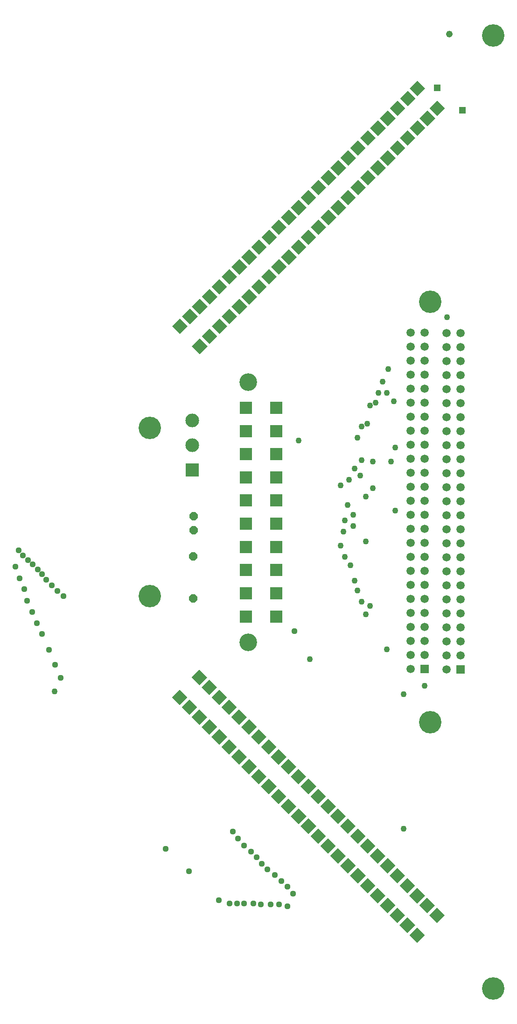
<source format=gts>
G75*
G70*
%OFA0B0*%
%FSLAX24Y24*%
%IPPOS*%
%LPD*%
%AMOC8*
5,1,8,0,0,1.08239X$1,22.5*
%
%ADD10C,0.1600*%
%ADD11R,0.0907X0.0907*%
%ADD12C,0.1261*%
%ADD13R,0.0789X0.0789*%
%ADD14R,0.0595X0.0595*%
%ADD15C,0.0595*%
%ADD16OC8,0.0600*%
%ADD17C,0.0680*%
%ADD18R,0.0980X0.0980*%
%ADD19C,0.0980*%
%ADD20C,0.0430*%
%ADD21C,0.0437*%
%ADD22C,0.0476*%
%ADD23R,0.0476X0.0476*%
D10*
X012631Y039042D03*
X012631Y051042D03*
X032681Y060042D03*
X037181Y079042D03*
X032681Y030042D03*
X037181Y011042D03*
D11*
X021654Y037585D03*
X021654Y039239D03*
X021654Y040892D03*
X021654Y042546D03*
X021654Y044199D03*
X021654Y045853D03*
X021654Y047506D03*
X021654Y049160D03*
X021654Y050814D03*
X021654Y052467D03*
X019489Y052467D03*
X019489Y050814D03*
X019489Y049160D03*
X019489Y047506D03*
X019489Y045853D03*
X019489Y044199D03*
X019489Y042546D03*
X019489Y040892D03*
X019489Y039239D03*
X019489Y037585D03*
D12*
X019670Y035735D03*
X019670Y054317D03*
D13*
G36*
X017059Y058287D02*
X017616Y058844D01*
X018173Y058287D01*
X017616Y057730D01*
X017059Y058287D01*
G37*
G36*
X016352Y057580D02*
X016909Y058137D01*
X017466Y057580D01*
X016909Y057023D01*
X016352Y057580D01*
G37*
G36*
X015645Y056873D02*
X016202Y057430D01*
X016759Y056873D01*
X016202Y056316D01*
X015645Y056873D01*
G37*
G36*
X014231Y058287D02*
X014788Y058844D01*
X015345Y058287D01*
X014788Y057730D01*
X014231Y058287D01*
G37*
G36*
X014938Y058994D02*
X015495Y059551D01*
X016052Y058994D01*
X015495Y058437D01*
X014938Y058994D01*
G37*
G36*
X015645Y059701D02*
X016202Y060258D01*
X016759Y059701D01*
X016202Y059144D01*
X015645Y059701D01*
G37*
G36*
X016352Y060408D02*
X016909Y060965D01*
X017466Y060408D01*
X016909Y059851D01*
X016352Y060408D01*
G37*
G36*
X017059Y061115D02*
X017616Y061672D01*
X018173Y061115D01*
X017616Y060558D01*
X017059Y061115D01*
G37*
G36*
X017767Y061822D02*
X018324Y062379D01*
X018881Y061822D01*
X018324Y061265D01*
X017767Y061822D01*
G37*
G36*
X018474Y062529D02*
X019031Y063086D01*
X019588Y062529D01*
X019031Y061972D01*
X018474Y062529D01*
G37*
G36*
X019181Y063237D02*
X019738Y063794D01*
X020295Y063237D01*
X019738Y062680D01*
X019181Y063237D01*
G37*
G36*
X019888Y063944D02*
X020445Y064501D01*
X021002Y063944D01*
X020445Y063387D01*
X019888Y063944D01*
G37*
G36*
X020595Y064651D02*
X021152Y065208D01*
X021709Y064651D01*
X021152Y064094D01*
X020595Y064651D01*
G37*
G36*
X021302Y065358D02*
X021859Y065915D01*
X022416Y065358D01*
X021859Y064801D01*
X021302Y065358D01*
G37*
G36*
X022009Y066065D02*
X022566Y066622D01*
X023123Y066065D01*
X022566Y065508D01*
X022009Y066065D01*
G37*
G36*
X022707Y066763D02*
X023264Y067320D01*
X023821Y066763D01*
X023264Y066206D01*
X022707Y066763D01*
G37*
G36*
X023423Y067479D02*
X023980Y068036D01*
X024537Y067479D01*
X023980Y066922D01*
X023423Y067479D01*
G37*
G36*
X024130Y068186D02*
X024687Y068743D01*
X025244Y068186D01*
X024687Y067629D01*
X024130Y068186D01*
G37*
G36*
X024838Y068893D02*
X025395Y069450D01*
X025952Y068893D01*
X025395Y068336D01*
X024838Y068893D01*
G37*
G36*
X025545Y069600D02*
X026102Y070157D01*
X026659Y069600D01*
X026102Y069043D01*
X025545Y069600D01*
G37*
G36*
X026252Y070308D02*
X026809Y070865D01*
X027366Y070308D01*
X026809Y069751D01*
X026252Y070308D01*
G37*
G36*
X026959Y071015D02*
X027516Y071572D01*
X028073Y071015D01*
X027516Y070458D01*
X026959Y071015D01*
G37*
G36*
X027666Y071722D02*
X028223Y072279D01*
X028780Y071722D01*
X028223Y071165D01*
X027666Y071722D01*
G37*
G36*
X028373Y072429D02*
X028930Y072986D01*
X029487Y072429D01*
X028930Y071872D01*
X028373Y072429D01*
G37*
G36*
X029080Y073136D02*
X029637Y073693D01*
X030194Y073136D01*
X029637Y072579D01*
X029080Y073136D01*
G37*
G36*
X029787Y073843D02*
X030344Y074400D01*
X030901Y073843D01*
X030344Y073286D01*
X029787Y073843D01*
G37*
G36*
X030494Y074550D02*
X031051Y075107D01*
X031608Y074550D01*
X031051Y073993D01*
X030494Y074550D01*
G37*
G36*
X031202Y075257D02*
X031759Y075814D01*
X032316Y075257D01*
X031759Y074700D01*
X031202Y075257D01*
G37*
G36*
X031909Y073136D02*
X032466Y073693D01*
X033023Y073136D01*
X032466Y072579D01*
X031909Y073136D01*
G37*
G36*
X031202Y072429D02*
X031759Y072986D01*
X032316Y072429D01*
X031759Y071872D01*
X031202Y072429D01*
G37*
G36*
X030494Y071722D02*
X031051Y072279D01*
X031608Y071722D01*
X031051Y071165D01*
X030494Y071722D01*
G37*
G36*
X029787Y071015D02*
X030344Y071572D01*
X030901Y071015D01*
X030344Y070458D01*
X029787Y071015D01*
G37*
G36*
X029080Y070308D02*
X029637Y070865D01*
X030194Y070308D01*
X029637Y069751D01*
X029080Y070308D01*
G37*
G36*
X028373Y069600D02*
X028930Y070157D01*
X029487Y069600D01*
X028930Y069043D01*
X028373Y069600D01*
G37*
G36*
X027666Y068893D02*
X028223Y069450D01*
X028780Y068893D01*
X028223Y068336D01*
X027666Y068893D01*
G37*
G36*
X026959Y068186D02*
X027516Y068743D01*
X028073Y068186D01*
X027516Y067629D01*
X026959Y068186D01*
G37*
G36*
X026252Y067479D02*
X026809Y068036D01*
X027366Y067479D01*
X026809Y066922D01*
X026252Y067479D01*
G37*
G36*
X025545Y066772D02*
X026102Y067329D01*
X026659Y066772D01*
X026102Y066215D01*
X025545Y066772D01*
G37*
G36*
X024838Y066065D02*
X025395Y066622D01*
X025952Y066065D01*
X025395Y065508D01*
X024838Y066065D01*
G37*
G36*
X024130Y065358D02*
X024687Y065915D01*
X025244Y065358D01*
X024687Y064801D01*
X024130Y065358D01*
G37*
G36*
X023423Y064651D02*
X023980Y065208D01*
X024537Y064651D01*
X023980Y064094D01*
X023423Y064651D01*
G37*
G36*
X022716Y063944D02*
X023273Y064501D01*
X023830Y063944D01*
X023273Y063387D01*
X022716Y063944D01*
G37*
G36*
X022009Y063237D02*
X022566Y063794D01*
X023123Y063237D01*
X022566Y062680D01*
X022009Y063237D01*
G37*
G36*
X021302Y062529D02*
X021859Y063086D01*
X022416Y062529D01*
X021859Y061972D01*
X021302Y062529D01*
G37*
G36*
X020595Y061822D02*
X021152Y062379D01*
X021709Y061822D01*
X021152Y061265D01*
X020595Y061822D01*
G37*
G36*
X019888Y061115D02*
X020445Y061672D01*
X021002Y061115D01*
X020445Y060558D01*
X019888Y061115D01*
G37*
G36*
X019181Y060408D02*
X019738Y060965D01*
X020295Y060408D01*
X019738Y059851D01*
X019181Y060408D01*
G37*
G36*
X018474Y059701D02*
X019031Y060258D01*
X019588Y059701D01*
X019031Y059144D01*
X018474Y059701D01*
G37*
G36*
X017767Y058994D02*
X018324Y059551D01*
X018881Y058994D01*
X018324Y058437D01*
X017767Y058994D01*
G37*
G36*
X016183Y032673D02*
X015626Y033230D01*
X016183Y033787D01*
X016740Y033230D01*
X016183Y032673D01*
G37*
G36*
X016890Y031966D02*
X016333Y032523D01*
X016890Y033080D01*
X017447Y032523D01*
X016890Y031966D01*
G37*
G36*
X017598Y031259D02*
X017041Y031816D01*
X017598Y032373D01*
X018155Y031816D01*
X017598Y031259D01*
G37*
G36*
X018305Y030552D02*
X017748Y031109D01*
X018305Y031666D01*
X018862Y031109D01*
X018305Y030552D01*
G37*
G36*
X019012Y029845D02*
X018455Y030402D01*
X019012Y030959D01*
X019569Y030402D01*
X019012Y029845D01*
G37*
G36*
X019719Y029138D02*
X019162Y029695D01*
X019719Y030252D01*
X020276Y029695D01*
X019719Y029138D01*
G37*
G36*
X020426Y028430D02*
X019869Y028987D01*
X020426Y029544D01*
X020983Y028987D01*
X020426Y028430D01*
G37*
G36*
X021133Y027723D02*
X020576Y028280D01*
X021133Y028837D01*
X021690Y028280D01*
X021133Y027723D01*
G37*
G36*
X020426Y025602D02*
X019869Y026159D01*
X020426Y026716D01*
X020983Y026159D01*
X020426Y025602D01*
G37*
G36*
X021133Y024895D02*
X020576Y025452D01*
X021133Y026009D01*
X021690Y025452D01*
X021133Y024895D01*
G37*
G36*
X021840Y024188D02*
X021283Y024745D01*
X021840Y025302D01*
X022397Y024745D01*
X021840Y024188D01*
G37*
G36*
X022547Y023481D02*
X021990Y024038D01*
X022547Y024595D01*
X023104Y024038D01*
X022547Y023481D01*
G37*
G36*
X023264Y022764D02*
X022707Y023321D01*
X023264Y023878D01*
X023821Y023321D01*
X023264Y022764D01*
G37*
G36*
X023961Y022066D02*
X023404Y022623D01*
X023961Y023180D01*
X024518Y022623D01*
X023961Y022066D01*
G37*
G36*
X024669Y021359D02*
X024112Y021916D01*
X024669Y022473D01*
X025226Y021916D01*
X024669Y021359D01*
G37*
G36*
X025376Y020652D02*
X024819Y021209D01*
X025376Y021766D01*
X025933Y021209D01*
X025376Y020652D01*
G37*
G36*
X026083Y019945D02*
X025526Y020502D01*
X026083Y021059D01*
X026640Y020502D01*
X026083Y019945D01*
G37*
G36*
X026790Y019238D02*
X026233Y019795D01*
X026790Y020352D01*
X027347Y019795D01*
X026790Y019238D01*
G37*
G36*
X027497Y018531D02*
X026940Y019088D01*
X027497Y019645D01*
X028054Y019088D01*
X027497Y018531D01*
G37*
G36*
X028204Y017824D02*
X027647Y018381D01*
X028204Y018938D01*
X028761Y018381D01*
X028204Y017824D01*
G37*
G36*
X028911Y017117D02*
X028354Y017674D01*
X028911Y018231D01*
X029468Y017674D01*
X028911Y017117D01*
G37*
G36*
X029618Y016410D02*
X029061Y016967D01*
X029618Y017524D01*
X030175Y016967D01*
X029618Y016410D01*
G37*
G36*
X030325Y015702D02*
X029768Y016259D01*
X030325Y016816D01*
X030882Y016259D01*
X030325Y015702D01*
G37*
G36*
X031033Y014995D02*
X030476Y015552D01*
X031033Y016109D01*
X031590Y015552D01*
X031033Y014995D01*
G37*
G36*
X031740Y014288D02*
X031183Y014845D01*
X031740Y015402D01*
X032297Y014845D01*
X031740Y014288D01*
G37*
G36*
X033154Y015702D02*
X032597Y016259D01*
X033154Y016816D01*
X033711Y016259D01*
X033154Y015702D01*
G37*
G36*
X032447Y016410D02*
X031890Y016967D01*
X032447Y017524D01*
X033004Y016967D01*
X032447Y016410D01*
G37*
G36*
X031740Y017117D02*
X031183Y017674D01*
X031740Y018231D01*
X032297Y017674D01*
X031740Y017117D01*
G37*
G36*
X031033Y017824D02*
X030476Y018381D01*
X031033Y018938D01*
X031590Y018381D01*
X031033Y017824D01*
G37*
G36*
X030325Y018531D02*
X029768Y019088D01*
X030325Y019645D01*
X030882Y019088D01*
X030325Y018531D01*
G37*
G36*
X029618Y019238D02*
X029061Y019795D01*
X029618Y020352D01*
X030175Y019795D01*
X029618Y019238D01*
G37*
G36*
X028911Y019945D02*
X028354Y020502D01*
X028911Y021059D01*
X029468Y020502D01*
X028911Y019945D01*
G37*
G36*
X028204Y020652D02*
X027647Y021209D01*
X028204Y021766D01*
X028761Y021209D01*
X028204Y020652D01*
G37*
G36*
X027497Y021359D02*
X026940Y021916D01*
X027497Y022473D01*
X028054Y021916D01*
X027497Y021359D01*
G37*
G36*
X026790Y022066D02*
X026233Y022623D01*
X026790Y023180D01*
X027347Y022623D01*
X026790Y022066D01*
G37*
G36*
X026083Y022774D02*
X025526Y023331D01*
X026083Y023888D01*
X026640Y023331D01*
X026083Y022774D01*
G37*
G36*
X025376Y023481D02*
X024819Y024038D01*
X025376Y024595D01*
X025933Y024038D01*
X025376Y023481D01*
G37*
G36*
X024669Y024188D02*
X024112Y024745D01*
X024669Y025302D01*
X025226Y024745D01*
X024669Y024188D01*
G37*
G36*
X023961Y024895D02*
X023404Y025452D01*
X023961Y026009D01*
X024518Y025452D01*
X023961Y024895D01*
G37*
G36*
X023254Y025602D02*
X022697Y026159D01*
X023254Y026716D01*
X023811Y026159D01*
X023254Y025602D01*
G37*
G36*
X022547Y026309D02*
X021990Y026866D01*
X022547Y027423D01*
X023104Y026866D01*
X022547Y026309D01*
G37*
G36*
X021840Y027016D02*
X021283Y027573D01*
X021840Y028130D01*
X022397Y027573D01*
X021840Y027016D01*
G37*
G36*
X019719Y026309D02*
X019162Y026866D01*
X019719Y027423D01*
X020276Y026866D01*
X019719Y026309D01*
G37*
G36*
X019012Y027016D02*
X018455Y027573D01*
X019012Y028130D01*
X019569Y027573D01*
X019012Y027016D01*
G37*
G36*
X018305Y027723D02*
X017748Y028280D01*
X018305Y028837D01*
X018862Y028280D01*
X018305Y027723D01*
G37*
G36*
X017598Y028430D02*
X017041Y028987D01*
X017598Y029544D01*
X018155Y028987D01*
X017598Y028430D01*
G37*
G36*
X016890Y029138D02*
X016333Y029695D01*
X016890Y030252D01*
X017447Y029695D01*
X016890Y029138D01*
G37*
G36*
X016183Y029845D02*
X015626Y030402D01*
X016183Y030959D01*
X016740Y030402D01*
X016183Y029845D01*
G37*
G36*
X015476Y030552D02*
X014919Y031109D01*
X015476Y031666D01*
X016033Y031109D01*
X015476Y030552D01*
G37*
G36*
X014769Y031259D02*
X014212Y031816D01*
X014769Y032373D01*
X015326Y031816D01*
X014769Y031259D01*
G37*
G36*
X032616Y073843D02*
X033173Y074400D01*
X033730Y073843D01*
X033173Y073286D01*
X032616Y073843D01*
G37*
D14*
X032281Y033822D03*
X034831Y033796D03*
D15*
X034831Y034796D03*
X034831Y035796D03*
X034831Y036796D03*
X034831Y037796D03*
X034831Y038796D03*
X034831Y039796D03*
X034831Y040796D03*
X034831Y041796D03*
X034831Y042796D03*
X034831Y043796D03*
X034831Y044796D03*
X034831Y045796D03*
X034831Y046796D03*
X034831Y047796D03*
X034831Y048796D03*
X034831Y049796D03*
X034831Y050796D03*
X034831Y051796D03*
X034831Y052796D03*
X034831Y053796D03*
X034831Y054796D03*
X034831Y055796D03*
X034831Y056796D03*
X034831Y057796D03*
X033831Y057796D03*
X033831Y056796D03*
X033831Y055796D03*
X033831Y054796D03*
X033831Y053796D03*
X033831Y052796D03*
X033831Y051796D03*
X033831Y050796D03*
X033831Y049796D03*
X033831Y048796D03*
X033831Y047796D03*
X033831Y046796D03*
X033831Y045796D03*
X033831Y044796D03*
X033831Y043796D03*
X033831Y042796D03*
X033831Y041796D03*
X033831Y040796D03*
X033831Y039796D03*
X033831Y038796D03*
X033831Y037796D03*
X033831Y036796D03*
X033831Y035796D03*
X033831Y034796D03*
X033831Y033796D03*
X032281Y034822D03*
X032281Y035822D03*
X032281Y036822D03*
X032281Y037822D03*
X031281Y037822D03*
X031281Y036822D03*
X031281Y035822D03*
X031281Y034822D03*
X031281Y033822D03*
X031281Y038822D03*
X031281Y039822D03*
X031281Y040822D03*
X031281Y041822D03*
X031281Y042822D03*
X031281Y043822D03*
X031281Y044822D03*
X031281Y045822D03*
X031281Y046822D03*
X031281Y047822D03*
X031281Y048822D03*
X031281Y049822D03*
X031281Y050822D03*
X031281Y051822D03*
X031281Y052822D03*
X031281Y053822D03*
X031281Y054822D03*
X031281Y055822D03*
X031281Y056822D03*
X031281Y057822D03*
X032281Y057822D03*
X032281Y056822D03*
X032281Y055822D03*
X032281Y054822D03*
X032281Y053822D03*
X032281Y052822D03*
X032281Y051822D03*
X032281Y050822D03*
X032281Y049822D03*
X032281Y048822D03*
X032281Y047822D03*
X032281Y046822D03*
X032281Y045822D03*
X032281Y044822D03*
X032281Y043822D03*
X032281Y042822D03*
X032281Y041822D03*
X032281Y040822D03*
X032281Y039822D03*
X032281Y038822D03*
D16*
X015733Y038873D03*
X015733Y041873D03*
X015755Y043740D03*
X015755Y044740D03*
D17*
X015681Y048042D03*
X015681Y049807D03*
X015681Y051572D03*
D18*
X015681Y048042D03*
D19*
X015681Y049807D03*
X015681Y051572D03*
D20*
X023281Y050142D03*
X026281Y046942D03*
X026881Y047342D03*
X027281Y048142D03*
X027681Y047642D03*
X028081Y046142D03*
X028581Y046742D03*
X028581Y048642D03*
X027781Y048742D03*
X027481Y050342D03*
X027781Y051142D03*
X028181Y051342D03*
X028381Y052642D03*
X028781Y052842D03*
X028981Y053542D03*
X029581Y053542D03*
X030081Y052942D03*
X029281Y054342D03*
X029681Y055242D03*
X030181Y049642D03*
X029881Y048642D03*
X030181Y045142D03*
X028081Y042942D03*
X027181Y044042D03*
X027181Y044842D03*
X026781Y045542D03*
X026581Y044442D03*
X026481Y043642D03*
X026281Y042642D03*
X026581Y041842D03*
X026981Y041242D03*
X027281Y040142D03*
X027481Y039442D03*
X027781Y038642D03*
X028381Y038342D03*
X028081Y037742D03*
X029581Y035242D03*
X030781Y032042D03*
X032281Y032642D03*
X030781Y022442D03*
X024081Y034542D03*
X033881Y058942D03*
X005831Y032242D03*
D21*
X013781Y020992D03*
X015431Y019392D03*
X017581Y017342D03*
X018331Y017092D03*
X018881Y017092D03*
X019381Y017092D03*
X020031Y017092D03*
X020581Y017042D03*
X021281Y017042D03*
X021881Y017042D03*
X022481Y016892D03*
X022881Y017792D03*
X022481Y018292D03*
X022031Y018692D03*
X021581Y019142D03*
X021031Y019542D03*
X020631Y019942D03*
X020281Y020392D03*
X019881Y020792D03*
X019381Y021242D03*
X018931Y021742D03*
X018581Y022242D03*
X022981Y036542D03*
X006481Y039042D03*
X006031Y039392D03*
X005631Y039792D03*
X005231Y040192D03*
X004931Y040592D03*
X004631Y040942D03*
X004281Y041292D03*
X003931Y041592D03*
X003581Y041942D03*
X003281Y042292D03*
X003031Y041142D03*
X003331Y040292D03*
X003681Y039542D03*
X003881Y038692D03*
X004231Y037892D03*
X004581Y037092D03*
X004931Y036342D03*
X005431Y035192D03*
X005881Y034142D03*
X006281Y033192D03*
D22*
X034031Y079142D03*
D23*
X033181Y075292D03*
X034981Y073692D03*
M02*

</source>
